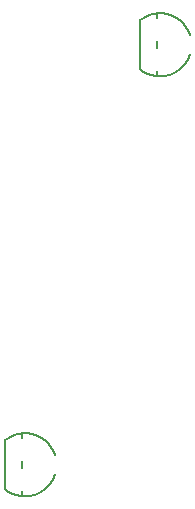
<source format=gbo>
G75*
%MOIN*%
%OFA0B0*%
%FSLAX25Y25*%
%IPPOS*%
%LPD*%
%AMOC8*
5,1,8,0,0,1.08239X$1,22.5*
%
%ADD10C,0.00500*%
D10*
X0345800Y0232348D02*
X0345800Y0233927D01*
X0340300Y0234554D02*
X0340300Y0251046D01*
X0345800Y0251673D02*
X0345800Y0253252D01*
X0345800Y0243927D02*
X0345800Y0241673D01*
X0340300Y0234554D02*
X0340499Y0234401D01*
X0340701Y0234253D01*
X0340906Y0234110D01*
X0341115Y0233972D01*
X0341327Y0233839D01*
X0341542Y0233711D01*
X0341760Y0233589D01*
X0341981Y0233471D01*
X0342205Y0233359D01*
X0342431Y0233252D01*
X0342660Y0233151D01*
X0342891Y0233055D01*
X0343125Y0232964D01*
X0343360Y0232879D01*
X0343598Y0232800D01*
X0343837Y0232727D01*
X0344078Y0232659D01*
X0344320Y0232597D01*
X0344564Y0232541D01*
X0344810Y0232490D01*
X0345056Y0232446D01*
X0345303Y0232407D01*
X0345551Y0232375D01*
X0345800Y0232348D01*
X0346055Y0232326D01*
X0346311Y0232311D01*
X0346567Y0232303D01*
X0346824Y0232300D01*
X0347080Y0232304D01*
X0347336Y0232314D01*
X0347592Y0232330D01*
X0347847Y0232352D01*
X0348102Y0232381D01*
X0348356Y0232416D01*
X0348609Y0232457D01*
X0348861Y0232504D01*
X0349111Y0232558D01*
X0349360Y0232617D01*
X0349608Y0232683D01*
X0349854Y0232754D01*
X0350099Y0232832D01*
X0350341Y0232915D01*
X0350581Y0233004D01*
X0350819Y0233100D01*
X0351055Y0233201D01*
X0351288Y0233307D01*
X0351518Y0233420D01*
X0351746Y0233538D01*
X0351970Y0233661D01*
X0352192Y0233790D01*
X0352410Y0233924D01*
X0352625Y0234064D01*
X0352836Y0234209D01*
X0353044Y0234359D01*
X0353248Y0234513D01*
X0353449Y0234673D01*
X0353645Y0234838D01*
X0353837Y0235007D01*
X0354026Y0235182D01*
X0354209Y0235360D01*
X0354389Y0235543D01*
X0354564Y0235731D01*
X0354734Y0235922D01*
X0354899Y0236118D01*
X0355060Y0236318D01*
X0355216Y0236521D01*
X0355366Y0236728D01*
X0355512Y0236939D01*
X0355653Y0237154D01*
X0355788Y0237371D01*
X0355918Y0237592D01*
X0356042Y0237816D01*
X0356161Y0238043D01*
X0356274Y0238273D01*
X0356382Y0238506D01*
X0356484Y0238741D01*
X0356580Y0238979D01*
X0356670Y0239218D01*
X0356755Y0239460D01*
X0356833Y0239704D01*
X0356833Y0245896D02*
X0356755Y0246138D01*
X0356671Y0246378D01*
X0356582Y0246616D01*
X0356487Y0246852D01*
X0356385Y0247086D01*
X0356279Y0247317D01*
X0356166Y0247545D01*
X0356049Y0247771D01*
X0355926Y0247994D01*
X0355797Y0248213D01*
X0355663Y0248430D01*
X0355524Y0248643D01*
X0355380Y0248853D01*
X0355231Y0249059D01*
X0355077Y0249261D01*
X0354918Y0249460D01*
X0354754Y0249655D01*
X0354585Y0249846D01*
X0354412Y0250032D01*
X0354235Y0250215D01*
X0354053Y0250393D01*
X0353867Y0250566D01*
X0353676Y0250735D01*
X0353482Y0250899D01*
X0353284Y0251059D01*
X0353082Y0251214D01*
X0352876Y0251363D01*
X0352667Y0251508D01*
X0352454Y0251648D01*
X0352238Y0251782D01*
X0352018Y0251911D01*
X0351796Y0252035D01*
X0351571Y0252154D01*
X0351343Y0252266D01*
X0351112Y0252374D01*
X0350879Y0252475D01*
X0350643Y0252571D01*
X0350405Y0252662D01*
X0350165Y0252746D01*
X0349923Y0252825D01*
X0349679Y0252898D01*
X0349433Y0252964D01*
X0349186Y0253025D01*
X0348938Y0253080D01*
X0348688Y0253129D01*
X0348437Y0253172D01*
X0348185Y0253208D01*
X0347933Y0253239D01*
X0347679Y0253263D01*
X0347426Y0253281D01*
X0347171Y0253293D01*
X0346917Y0253299D01*
X0346662Y0253299D01*
X0346408Y0253293D01*
X0346154Y0253280D01*
X0345900Y0253261D01*
X0345647Y0253236D01*
X0345394Y0253205D01*
X0345142Y0253168D01*
X0344892Y0253125D01*
X0344642Y0253076D01*
X0344393Y0253020D01*
X0344146Y0252959D01*
X0343901Y0252892D01*
X0343657Y0252819D01*
X0343415Y0252740D01*
X0343176Y0252655D01*
X0342938Y0252564D01*
X0342702Y0252467D01*
X0342469Y0252365D01*
X0342239Y0252257D01*
X0342011Y0252144D01*
X0341786Y0252025D01*
X0341564Y0251901D01*
X0341345Y0251771D01*
X0341129Y0251637D01*
X0340916Y0251497D01*
X0340707Y0251351D01*
X0340502Y0251201D01*
X0340300Y0251046D01*
X0390800Y0372348D02*
X0390800Y0373927D01*
X0385300Y0374554D02*
X0385300Y0391046D01*
X0390800Y0391673D02*
X0390800Y0393252D01*
X0390800Y0383927D02*
X0390800Y0381673D01*
X0385300Y0374554D02*
X0385499Y0374401D01*
X0385701Y0374253D01*
X0385906Y0374110D01*
X0386115Y0373972D01*
X0386327Y0373839D01*
X0386542Y0373711D01*
X0386760Y0373589D01*
X0386981Y0373471D01*
X0387205Y0373359D01*
X0387431Y0373252D01*
X0387660Y0373151D01*
X0387891Y0373055D01*
X0388125Y0372964D01*
X0388360Y0372879D01*
X0388598Y0372800D01*
X0388837Y0372727D01*
X0389078Y0372659D01*
X0389320Y0372597D01*
X0389564Y0372541D01*
X0389810Y0372490D01*
X0390056Y0372446D01*
X0390303Y0372407D01*
X0390551Y0372375D01*
X0390800Y0372348D01*
X0391055Y0372326D01*
X0391311Y0372311D01*
X0391567Y0372303D01*
X0391824Y0372300D01*
X0392080Y0372304D01*
X0392336Y0372314D01*
X0392592Y0372330D01*
X0392847Y0372352D01*
X0393102Y0372381D01*
X0393356Y0372416D01*
X0393609Y0372457D01*
X0393861Y0372504D01*
X0394111Y0372558D01*
X0394360Y0372617D01*
X0394608Y0372683D01*
X0394854Y0372754D01*
X0395099Y0372832D01*
X0395341Y0372915D01*
X0395581Y0373004D01*
X0395819Y0373100D01*
X0396055Y0373201D01*
X0396288Y0373307D01*
X0396518Y0373420D01*
X0396746Y0373538D01*
X0396970Y0373661D01*
X0397192Y0373790D01*
X0397410Y0373924D01*
X0397625Y0374064D01*
X0397836Y0374209D01*
X0398044Y0374359D01*
X0398248Y0374513D01*
X0398449Y0374673D01*
X0398645Y0374838D01*
X0398837Y0375007D01*
X0399026Y0375182D01*
X0399209Y0375360D01*
X0399389Y0375543D01*
X0399564Y0375731D01*
X0399734Y0375922D01*
X0399899Y0376118D01*
X0400060Y0376318D01*
X0400216Y0376521D01*
X0400366Y0376728D01*
X0400512Y0376939D01*
X0400653Y0377154D01*
X0400788Y0377371D01*
X0400918Y0377592D01*
X0401042Y0377816D01*
X0401161Y0378043D01*
X0401274Y0378273D01*
X0401382Y0378506D01*
X0401484Y0378741D01*
X0401580Y0378979D01*
X0401670Y0379218D01*
X0401755Y0379460D01*
X0401833Y0379704D01*
X0401833Y0385896D02*
X0401755Y0386138D01*
X0401671Y0386378D01*
X0401582Y0386616D01*
X0401487Y0386852D01*
X0401385Y0387086D01*
X0401279Y0387317D01*
X0401166Y0387545D01*
X0401049Y0387771D01*
X0400926Y0387994D01*
X0400797Y0388213D01*
X0400663Y0388430D01*
X0400524Y0388643D01*
X0400380Y0388853D01*
X0400231Y0389059D01*
X0400077Y0389261D01*
X0399918Y0389460D01*
X0399754Y0389655D01*
X0399585Y0389846D01*
X0399412Y0390032D01*
X0399235Y0390215D01*
X0399053Y0390393D01*
X0398867Y0390566D01*
X0398676Y0390735D01*
X0398482Y0390899D01*
X0398284Y0391059D01*
X0398082Y0391214D01*
X0397876Y0391363D01*
X0397667Y0391508D01*
X0397454Y0391648D01*
X0397238Y0391782D01*
X0397018Y0391911D01*
X0396796Y0392035D01*
X0396571Y0392154D01*
X0396343Y0392266D01*
X0396112Y0392374D01*
X0395879Y0392475D01*
X0395643Y0392571D01*
X0395405Y0392662D01*
X0395165Y0392746D01*
X0394923Y0392825D01*
X0394679Y0392898D01*
X0394433Y0392964D01*
X0394186Y0393025D01*
X0393938Y0393080D01*
X0393688Y0393129D01*
X0393437Y0393172D01*
X0393185Y0393208D01*
X0392933Y0393239D01*
X0392679Y0393263D01*
X0392426Y0393281D01*
X0392171Y0393293D01*
X0391917Y0393299D01*
X0391662Y0393299D01*
X0391408Y0393293D01*
X0391154Y0393280D01*
X0390900Y0393261D01*
X0390647Y0393236D01*
X0390394Y0393205D01*
X0390142Y0393168D01*
X0389892Y0393125D01*
X0389642Y0393076D01*
X0389393Y0393020D01*
X0389146Y0392959D01*
X0388901Y0392892D01*
X0388657Y0392819D01*
X0388415Y0392740D01*
X0388176Y0392655D01*
X0387938Y0392564D01*
X0387702Y0392467D01*
X0387469Y0392365D01*
X0387239Y0392257D01*
X0387011Y0392144D01*
X0386786Y0392025D01*
X0386564Y0391901D01*
X0386345Y0391771D01*
X0386129Y0391637D01*
X0385916Y0391497D01*
X0385707Y0391351D01*
X0385502Y0391201D01*
X0385300Y0391046D01*
M02*

</source>
